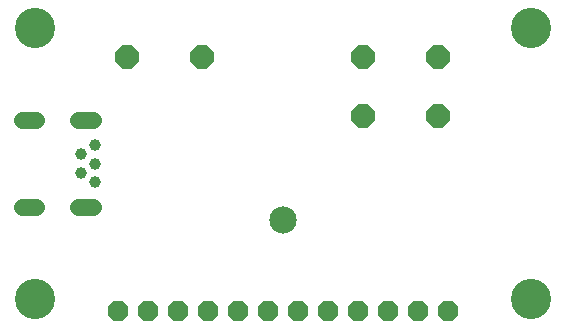
<source format=gbs>
G75*
%MOIN*%
%OFA0B0*%
%FSLAX24Y24*%
%IPPOS*%
%LPD*%
%AMOC8*
5,1,8,0,0,1.08239X$1,22.5*
%
%ADD10OC8,0.0789*%
%ADD11C,0.1340*%
%ADD12C,0.0395*%
%ADD13C,0.0552*%
%ADD14OC8,0.0671*%
%ADD15C,0.0907*%
D10*
X016009Y011302D03*
X016009Y013271D03*
X018509Y013271D03*
X018509Y011302D03*
X010635Y013271D03*
X008135Y013271D03*
D11*
X005054Y005200D03*
X005054Y014255D03*
X021590Y014255D03*
X021590Y005200D03*
D12*
X007062Y009098D03*
X006590Y009413D03*
X007062Y009728D03*
X006590Y010043D03*
X007062Y010358D03*
D13*
X006983Y011184D02*
X006511Y011184D01*
X005094Y011184D02*
X004621Y011184D01*
X004621Y008271D02*
X005094Y008271D01*
X006511Y008271D02*
X006983Y008271D01*
D14*
X007822Y004806D03*
X008822Y004806D03*
X009822Y004806D03*
X010822Y004806D03*
X011822Y004806D03*
X012822Y004806D03*
X013822Y004806D03*
X014822Y004806D03*
X015822Y004806D03*
X016822Y004806D03*
X017822Y004806D03*
X018822Y004806D03*
D15*
X013322Y007838D03*
M02*

</source>
